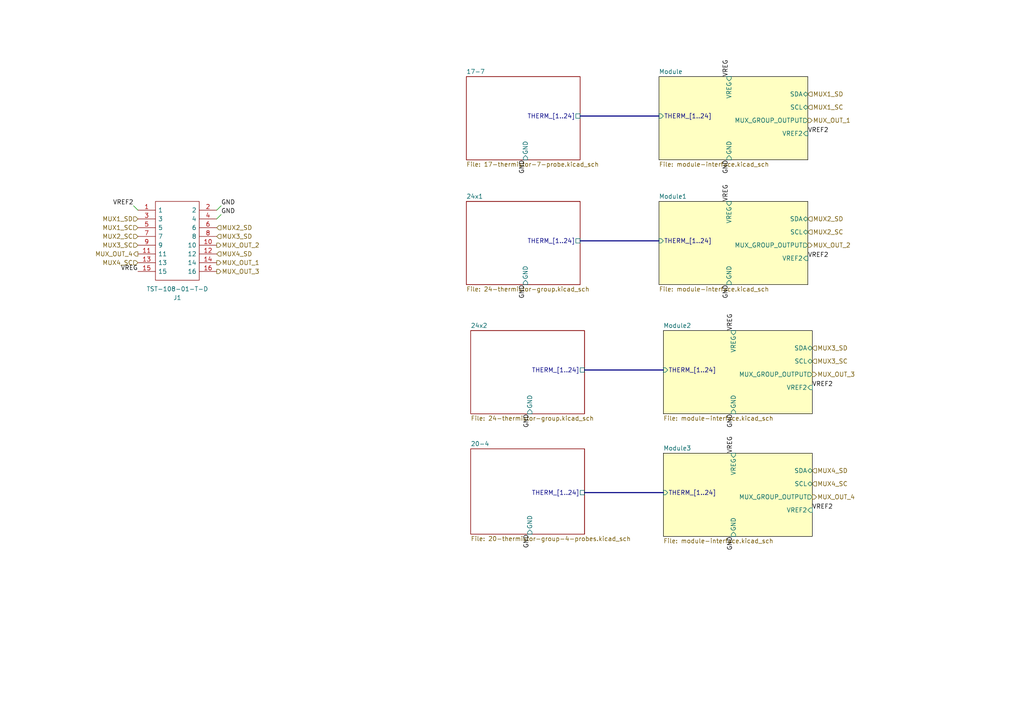
<source format=kicad_sch>
(kicad_sch (version 20211123) (generator eeschema)
  (paper "A4")
  (lib_symbols
    (symbol "OEM:TST-108-01-T-D" (pin_names (offset 0.762))
      (property "Reference" "J" (at 7.62 16.51 0))
      (property "Value" "TST-108-01-T-D" (at 7.62 13.97 0))
      (symbol "TST-108-01-T-D_0_0"
        (pin passive line (at -11.43 8.89 0) (length 5.08) (name "1") (number "1"))
        (pin passive line (at 11.43 -1.27 180) (length 5.08) (name "10") (number "10"))
        (pin passive line (at -11.43 -3.81 0) (length 5.08) (name "11") (number "11"))
        (pin passive line (at 11.43 -3.81 180) (length 5.08) (name "12") (number "12"))
        (pin passive line (at -11.43 -6.35 0) (length 5.08) (name "13") (number "13"))
        (pin passive line (at 11.43 -6.35 180) (length 5.08) (name "14") (number "14"))
        (pin passive line (at -11.43 -8.89 0) (length 5.08) (name "15") (number "15"))
        (pin passive line (at 11.43 -8.89 180) (length 5.08) (name "16") (number "16"))
        (pin passive line (at 11.43 8.89 180) (length 5.08) (name "2") (number "2"))
        (pin passive line (at -11.43 6.35 0) (length 5.08) (name "3") (number "3"))
        (pin passive line (at 11.43 6.35 180) (length 5.08) (name "4") (number "4"))
        (pin passive line (at -11.43 3.81 0) (length 5.08) (name "5") (number "5"))
        (pin passive line (at 11.43 3.81 180) (length 5.08) (name "6") (number "6"))
        (pin passive line (at -11.43 1.27 0) (length 5.08) (name "7") (number "7"))
        (pin passive line (at 11.43 1.27 180) (length 5.08) (name "8") (number "8"))
        (pin passive line (at -11.43 -1.27 0) (length 5.08) (name "9") (number "9"))
      )
      (symbol "TST-108-01-T-D_0_1"
        (polyline (pts (xy -6.35 11.43) (xy 6.35 11.43) (xy 6.35 -11.43) (xy -6.35 -11.43) (xy -6.35 11.43)) (stroke (width 0.1524)))
      )
    )
  )
  (wire (pts (xy 64.135 62.23) (xy 62.865 63.5)))
  (wire (pts (xy 38.735 59.69) (xy 40.005 60.96)))
  (bus (pts (xy 168.275 33.655) (xy 191.135 33.655)))
  (wire (pts (xy 64.135 59.69) (xy 62.865 60.96)))
  (bus (pts (xy 169.545 142.875) (xy 192.405 142.875)))
  (bus (pts (xy 168.275 69.85) (xy 191.135 69.85)))
  (bus (pts (xy 169.545 107.315) (xy 192.405 107.315)))
  (label "GND" (at 211.455 46.355 270))
  (label "GND" (at 153.67 120.015 270))
  (label "GND" (at 212.725 120.015 270))
  (label "VREG" (at 40.005 78.74 180))
  (label "GND" (at 153.67 154.94 270))
  (label "GND" (at 212.725 155.575 270))
  (label "VREF2" (at 38.735 59.69 180))
  (label "VREG" (at 211.455 58.42 90))
  (label "VREF2" (at 235.585 147.955 0))
  (label "GND" (at 64.135 59.69 0))
  (label "VREF2" (at 234.315 38.735 0))
  (label "VREG" (at 212.725 95.885 90))
  (label "VREG" (at 212.725 131.445 90))
  (label "GND" (at 211.455 82.55 270))
  (label "GND" (at 64.135 62.23 0))
  (label "VREG" (at 211.455 22.225 90))
  (label "GND" (at 152.4 82.55 270))
  (label "VREF2" (at 235.585 112.395 0))
  (label "GND" (at 152.4 46.355 270))
  (label "VREF2" (at 234.315 74.93 0))
  (hierarchical_label "MUX_OUT_2" (shape output) (at 234.315 71.12 0))
  (hierarchical_label "MUX_OUT_4" (shape output) (at 235.585 144.145 0))
  (hierarchical_label "MUX2_SC" (shape input) (at 234.315 67.31 0))
  (hierarchical_label "MUX_OUT_3" (shape output) (at 62.865 78.74 0))
  (hierarchical_label "MUX4_SC" (shape input) (at 235.585 140.335 0))
  (hierarchical_label "MUX3_SC" (shape input) (at 40.005 71.12 180))
  (hierarchical_label "MUX3_SD" (shape input) (at 62.865 68.58 0))
  (hierarchical_label "MUX4_SD" (shape input) (at 235.585 136.525 0))
  (hierarchical_label "MUX1_SD" (shape input) (at 40.005 63.5 180))
  (hierarchical_label "MUX4_SC" (shape input) (at 40.005 76.2 180))
  (hierarchical_label "MUX2_SD" (shape input) (at 62.865 66.04 0))
  (hierarchical_label "MUX3_SD" (shape input) (at 235.585 100.965 0))
  (hierarchical_label "MUX3_SC" (shape input) (at 235.585 104.775 0))
  (hierarchical_label "MUX_OUT_1" (shape output) (at 62.865 76.2 0))
  (hierarchical_label "MUX2_SD" (shape input) (at 234.315 63.5 0))
  (hierarchical_label "MUX4_SD" (shape input) (at 62.865 73.66 0))
  (hierarchical_label "MUX_OUT_1" (shape output) (at 234.315 34.925 0))
  (hierarchical_label "MUX_OUT_3" (shape output) (at 235.585 108.585 0))
  (hierarchical_label "MUX1_SC" (shape input) (at 40.005 66.04 180))
  (hierarchical_label "MUX_OUT_2" (shape output) (at 62.865 71.12 0))
  (hierarchical_label "MUX_OUT_4" (shape output) (at 40.005 73.66 180))
  (hierarchical_label "MUX1_SC" (shape input) (at 234.315 31.115 0))
  (hierarchical_label "MUX2_SC" (shape input) (at 40.005 68.58 180))
  (hierarchical_label "MUX1_SD" (shape input) (at 234.315 27.305 0))
  (symbol (lib_id "OEM:TST-108-01-T-D") (at 51.435 69.85 0) (unit 1)
    (property "Reference" "J1" (at 51.435 86.36 0))
    (property "Value" "TST-108-01-T-D" (at 51.435 83.82 0))
    (property "Footprint" "OEM:TST-108-XX-T-D" (effects hide))
    (property "Datasheet" "http://suddendocs.samtec.com/prints/tst-1xx-xx-x-x-xx-xx-mkt.pdf" (effects hide))
    (property "MPN" "TST-108-01-T-D" (effects hide))
  )
  (sheet (at 192.405 131.445) (size 43.18 24.13) (stroke (width 0.1524) (color 0 0 0 1)) (fill (color 255 255 194 1.0000))
    (property "Sheet name" "Module3" (at 192.405 130.7334 0) (effects (justify left bottom)))
    (property "Sheet file" "module-interface.kicad_sch" (at 192.405 156.1596 0) (effects (justify left top)))
    (pin "SDA" bidirectional (at 235.585 136.525 0))
    (pin "SCL" bidirectional (at 235.585 140.335 0))
    (pin "MUX_GROUP_OUTPUT" output (at 235.585 144.145 0))
    (pin "VREG" input (at 212.725 131.445 90))
    (pin "VREF2" input (at 235.585 147.955 0))
    (pin "GND" input (at 212.725 155.575 270))
    (pin "THERM_[1..24]" input (at 192.405 142.875 180))
  )
  (sheet (at 191.135 58.42) (size 43.18 24.13) (stroke (width 0.1524) (color 0 0 0 1)) (fill (color 255 255 194 1.0000))
    (property "Sheet name" "Module1" (at 191.135 57.7084 0) (effects (justify left bottom)))
    (property "Sheet file" "module-interface.kicad_sch" (at 191.135 83.1346 0) (effects (justify left top)))
    (pin "SDA" bidirectional (at 234.315 63.5 0))
    (pin "SCL" bidirectional (at 234.315 67.31 0))
    (pin "MUX_GROUP_OUTPUT" output (at 234.315 71.12 0))
    (pin "VREG" input (at 211.455 58.42 90))
    (pin "VREF2" input (at 234.315 74.93 0))
    (pin "GND" input (at 211.455 82.55 270))
    (pin "THERM_[1..24]" input (at 191.135 69.85 180))
  )
  (sheet (at 136.525 95.885) (size 33.02 24.13) (stroke (width 0.1524))
    (property "Sheet name" "24x2" (at 136.525 95.1734 0) (effects (justify left bottom)))
    (property "Sheet file" "24-thermistor-group.kicad_sch" (at 136.525 120.5996 0) (effects (justify left top)))
    (pin "THERM_[1..24]" passive (at 169.545 107.315 0))
    (pin "GND" input (at 153.67 120.015 270))
  )
  (sheet (at 135.255 22.225) (size 33.02 24.13) (stroke (width 0.1524))
    (property "Sheet name" "17-7" (at 135.255 21.5134 0) (effects (justify left bottom)))
    (property "Sheet file" "17-thermistor-7-probe.kicad_sch" (at 135.255 46.9396 0) (effects (justify left top)))
    (pin "THERM_[1..24]" passive (at 168.275 33.655 0))
    (pin "GND" input (at 152.4 46.355 270))
  )
  (sheet (at 135.255 58.42) (size 33.02 24.13) (stroke (width 0.1524))
    (property "Sheet name" "24x1" (at 135.255 57.7084 0) (effects (justify left bottom)))
    (property "Sheet file" "24-thermistor-group.kicad_sch" (at 135.255 83.1346 0) (effects (justify left top)))
    (pin "THERM_[1..24]" passive (at 168.275 69.85 0))
    (pin "GND" input (at 152.4 82.55 270))
  )
  (sheet (at 192.405 95.885) (size 43.18 24.13) (stroke (width 0.1524) (color 0 0 0 1)) (fill (color 255 255 194 1.0000))
    (property "Sheet name" "Module2" (at 192.405 95.1734 0) (effects (justify left bottom)))
    (property "Sheet file" "module-interface.kicad_sch" (at 192.405 120.5996 0) (effects (justify left top)))
    (pin "SDA" bidirectional (at 235.585 100.965 0))
    (pin "SCL" bidirectional (at 235.585 104.775 0))
    (pin "MUX_GROUP_OUTPUT" output (at 235.585 108.585 0))
    (pin "VREG" input (at 212.725 95.885 90))
    (pin "VREF2" input (at 235.585 112.395 0))
    (pin "GND" input (at 212.725 120.015 270))
    (pin "THERM_[1..24]" input (at 192.405 107.315 180))
  )
  (sheet (at 136.525 130.175) (size 33.02 24.765) (stroke (width 0.1524))
    (property "Sheet name" "20-4" (at 136.525 129.4634 0) (effects (justify left bottom)))
    (property "Sheet file" "20-thermistor-group-4-probes.kicad_sch" (at 136.525 155.5246 0) (effects (justify left top)))
    (pin "THERM_[1..24]" passive (at 169.545 142.875 0))
    (pin "GND" input (at 153.67 154.94 270))
  )
  (sheet (at 191.135 22.225) (size 43.18 24.13) (stroke (width 0.1524) (color 0 0 0 1)) (fill (color 255 255 194 1.0000))
    (property "Sheet name" "Module" (at 191.135 21.5134 0) (effects (justify left bottom)))
    (property "Sheet file" "module-interface.kicad_sch" (at 191.135 46.9396 0) (effects (justify left top)))
    (pin "SDA" bidirectional (at 234.315 27.305 0))
    (pin "SCL" bidirectional (at 234.315 31.115 0))
    (pin "MUX_GROUP_OUTPUT" output (at 234.315 34.925 0))
    (pin "VREG" input (at 211.455 22.225 90))
    (pin "VREF2" input (at 234.315 38.735 0))
    (pin "GND" input (at 211.455 46.355 270))
    (pin "THERM_[1..24]" input (at 191.135 33.655 180))
  )
)
</source>
